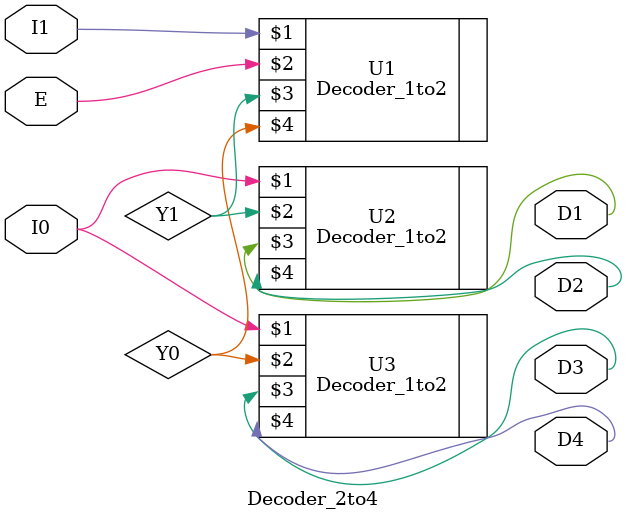
<source format=v>
module Decoder_2to4(input I0 ,input I1,input E,output D1,output D2 ,output D3,output D4);
wire Y1,Y0;
Decoder_1to2 U1 (I1,E,Y1,Y0);
Decoder_1to2 U2 (I0,Y1,D1,D2);
Decoder_1to2 U3 (I0,Y0,D3,D4);
endmodule


</source>
